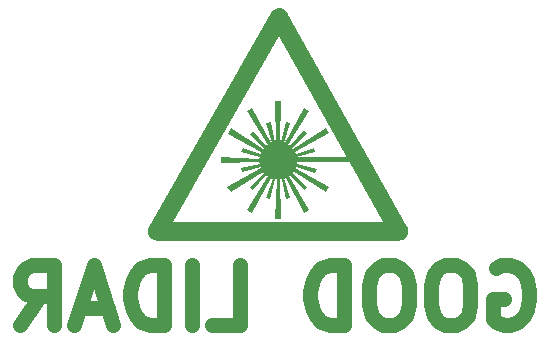
<source format=gbr>
%TF.GenerationSoftware,KiCad,Pcbnew,7.0.9-7.0.9~ubuntu22.04.1*%
%TF.CreationDate,2023-12-21T18:53:40+01:00*%
%TF.ProjectId,lidar 2 round,6c696461-7220-4322-9072-6f756e642e6b,rev?*%
%TF.SameCoordinates,Original*%
%TF.FileFunction,Legend,Bot*%
%TF.FilePolarity,Positive*%
%FSLAX46Y46*%
G04 Gerber Fmt 4.6, Leading zero omitted, Abs format (unit mm)*
G04 Created by KiCad (PCBNEW 7.0.9-7.0.9~ubuntu22.04.1) date 2023-12-21 18:53:40*
%MOMM*%
%LPD*%
G01*
G04 APERTURE LIST*
%ADD10C,1.250000*%
%ADD11C,0.000000*%
G04 APERTURE END LIST*
D10*
X157420108Y-105813190D02*
X157896298Y-105575095D01*
X157896298Y-105575095D02*
X158610584Y-105575095D01*
X158610584Y-105575095D02*
X159324870Y-105813190D01*
X159324870Y-105813190D02*
X159801060Y-106289380D01*
X159801060Y-106289380D02*
X160039155Y-106765571D01*
X160039155Y-106765571D02*
X160277251Y-107717952D01*
X160277251Y-107717952D02*
X160277251Y-108432238D01*
X160277251Y-108432238D02*
X160039155Y-109384619D01*
X160039155Y-109384619D02*
X159801060Y-109860809D01*
X159801060Y-109860809D02*
X159324870Y-110337000D01*
X159324870Y-110337000D02*
X158610584Y-110575095D01*
X158610584Y-110575095D02*
X158134393Y-110575095D01*
X158134393Y-110575095D02*
X157420108Y-110337000D01*
X157420108Y-110337000D02*
X157182012Y-110098904D01*
X157182012Y-110098904D02*
X157182012Y-108432238D01*
X157182012Y-108432238D02*
X158134393Y-108432238D01*
X154086774Y-105575095D02*
X153134393Y-105575095D01*
X153134393Y-105575095D02*
X152658203Y-105813190D01*
X152658203Y-105813190D02*
X152182012Y-106289380D01*
X152182012Y-106289380D02*
X151943917Y-107241761D01*
X151943917Y-107241761D02*
X151943917Y-108908428D01*
X151943917Y-108908428D02*
X152182012Y-109860809D01*
X152182012Y-109860809D02*
X152658203Y-110337000D01*
X152658203Y-110337000D02*
X153134393Y-110575095D01*
X153134393Y-110575095D02*
X154086774Y-110575095D01*
X154086774Y-110575095D02*
X154562965Y-110337000D01*
X154562965Y-110337000D02*
X155039155Y-109860809D01*
X155039155Y-109860809D02*
X155277251Y-108908428D01*
X155277251Y-108908428D02*
X155277251Y-107241761D01*
X155277251Y-107241761D02*
X155039155Y-106289380D01*
X155039155Y-106289380D02*
X154562965Y-105813190D01*
X154562965Y-105813190D02*
X154086774Y-105575095D01*
X148848679Y-105575095D02*
X147896298Y-105575095D01*
X147896298Y-105575095D02*
X147420108Y-105813190D01*
X147420108Y-105813190D02*
X146943917Y-106289380D01*
X146943917Y-106289380D02*
X146705822Y-107241761D01*
X146705822Y-107241761D02*
X146705822Y-108908428D01*
X146705822Y-108908428D02*
X146943917Y-109860809D01*
X146943917Y-109860809D02*
X147420108Y-110337000D01*
X147420108Y-110337000D02*
X147896298Y-110575095D01*
X147896298Y-110575095D02*
X148848679Y-110575095D01*
X148848679Y-110575095D02*
X149324870Y-110337000D01*
X149324870Y-110337000D02*
X149801060Y-109860809D01*
X149801060Y-109860809D02*
X150039156Y-108908428D01*
X150039156Y-108908428D02*
X150039156Y-107241761D01*
X150039156Y-107241761D02*
X149801060Y-106289380D01*
X149801060Y-106289380D02*
X149324870Y-105813190D01*
X149324870Y-105813190D02*
X148848679Y-105575095D01*
X144562965Y-110575095D02*
X144562965Y-105575095D01*
X144562965Y-105575095D02*
X143372489Y-105575095D01*
X143372489Y-105575095D02*
X142658203Y-105813190D01*
X142658203Y-105813190D02*
X142182013Y-106289380D01*
X142182013Y-106289380D02*
X141943918Y-106765571D01*
X141943918Y-106765571D02*
X141705822Y-107717952D01*
X141705822Y-107717952D02*
X141705822Y-108432238D01*
X141705822Y-108432238D02*
X141943918Y-109384619D01*
X141943918Y-109384619D02*
X142182013Y-109860809D01*
X142182013Y-109860809D02*
X142658203Y-110337000D01*
X142658203Y-110337000D02*
X143372489Y-110575095D01*
X143372489Y-110575095D02*
X144562965Y-110575095D01*
X133372489Y-110575095D02*
X135753441Y-110575095D01*
X135753441Y-110575095D02*
X135753441Y-105575095D01*
X131705822Y-110575095D02*
X131705822Y-105575095D01*
X129324870Y-110575095D02*
X129324870Y-105575095D01*
X129324870Y-105575095D02*
X128134394Y-105575095D01*
X128134394Y-105575095D02*
X127420108Y-105813190D01*
X127420108Y-105813190D02*
X126943918Y-106289380D01*
X126943918Y-106289380D02*
X126705823Y-106765571D01*
X126705823Y-106765571D02*
X126467727Y-107717952D01*
X126467727Y-107717952D02*
X126467727Y-108432238D01*
X126467727Y-108432238D02*
X126705823Y-109384619D01*
X126705823Y-109384619D02*
X126943918Y-109860809D01*
X126943918Y-109860809D02*
X127420108Y-110337000D01*
X127420108Y-110337000D02*
X128134394Y-110575095D01*
X128134394Y-110575095D02*
X129324870Y-110575095D01*
X124562966Y-109146523D02*
X122182013Y-109146523D01*
X125039156Y-110575095D02*
X123372489Y-105575095D01*
X123372489Y-105575095D02*
X121705823Y-110575095D01*
X117182013Y-110575095D02*
X118848680Y-108194142D01*
X120039156Y-110575095D02*
X120039156Y-105575095D01*
X120039156Y-105575095D02*
X118134394Y-105575095D01*
X118134394Y-105575095D02*
X117658204Y-105813190D01*
X117658204Y-105813190D02*
X117420109Y-106051285D01*
X117420109Y-106051285D02*
X117182013Y-106527476D01*
X117182013Y-106527476D02*
X117182013Y-107241761D01*
X117182013Y-107241761D02*
X117420109Y-107717952D01*
X117420109Y-107717952D02*
X117658204Y-107956047D01*
X117658204Y-107956047D02*
X118134394Y-108194142D01*
X118134394Y-108194142D02*
X120039156Y-108194142D01*
D11*
G36*
X139123702Y-95114075D02*
G01*
X139273456Y-95137623D01*
X139633554Y-93419948D01*
X139993387Y-93498529D01*
X139495970Y-95193185D01*
X139607095Y-95234724D01*
X141175545Y-92258162D01*
X141613959Y-92506341D01*
X139866916Y-95372307D01*
X140001324Y-95470997D01*
X141146705Y-94135116D01*
X141398853Y-94391498D01*
X140169599Y-95629747D01*
X140254265Y-95730553D01*
X143021014Y-93946203D01*
X143285597Y-94376151D01*
X140408253Y-95972119D01*
X140478633Y-96128487D01*
X142045230Y-95600113D01*
X142150006Y-95941691D01*
X140545837Y-96351001D01*
X140584466Y-96426936D01*
X145189803Y-96426936D01*
X145189803Y-96834660D01*
X140584466Y-96834660D01*
X140558008Y-96987060D01*
X142249224Y-97369118D01*
X142133336Y-97722072D01*
X140496095Y-97222274D01*
X140444237Y-97352185D01*
X143318404Y-98956618D01*
X143048266Y-99392386D01*
X140295541Y-97611740D01*
X140186267Y-97749853D01*
X141466323Y-98956618D01*
X141201739Y-99204796D01*
X140002647Y-97926596D01*
X139883319Y-98015230D01*
X141642799Y-100885960D01*
X141190891Y-101134140D01*
X139658424Y-98140908D01*
X139504172Y-98202292D01*
X140022226Y-99888479D01*
X139669536Y-99987698D01*
X139288272Y-98258118D01*
X139123702Y-98279549D01*
X139234032Y-101674418D01*
X138715714Y-101674418D01*
X138859118Y-98284312D01*
X138707512Y-98284312D01*
X138341064Y-99987698D01*
X138004778Y-99899327D01*
X138521510Y-98231924D01*
X138378899Y-98158371D01*
X136822356Y-101134140D01*
X136367537Y-100857119D01*
X138178345Y-98041689D01*
X137984670Y-97917070D01*
X136842993Y-99182835D01*
X136578410Y-98922488D01*
X137821951Y-97754087D01*
X137715589Y-97629468D01*
X134986941Y-99343968D01*
X134705690Y-98893383D01*
X137561601Y-97356682D01*
X137511331Y-97240001D01*
X135925418Y-97682120D01*
X135826200Y-97326520D01*
X137438041Y-96975153D01*
X137414229Y-96830426D01*
X134188958Y-96900805D01*
X134188958Y-96425349D01*
X137414229Y-96557640D01*
X137446243Y-96380635D01*
X135875676Y-95958095D01*
X135999766Y-95615196D01*
X137503657Y-96172937D01*
X137576947Y-95998576D01*
X134746964Y-94407901D01*
X135028216Y-93969752D01*
X137730141Y-95749074D01*
X137809251Y-95651973D01*
X136607514Y-94420337D01*
X136863631Y-94168189D01*
X137973029Y-95491105D01*
X138148447Y-95361459D01*
X136384205Y-92518512D01*
X136814153Y-92270597D01*
X138384985Y-95247159D01*
X138503519Y-95193185D01*
X138004778Y-93490062D01*
X138351912Y-93428149D01*
X138736616Y-95128362D01*
X138837158Y-95114075D01*
X138748787Y-91658616D01*
X139244880Y-91658616D01*
X139123702Y-95114075D01*
G37*
G36*
X139080917Y-95116136D02*
G01*
X139161416Y-95122257D01*
X139240745Y-95132337D01*
X139318804Y-95146277D01*
X139395493Y-95163977D01*
X139470713Y-95185337D01*
X139544364Y-95210258D01*
X139616347Y-95238640D01*
X139686562Y-95270383D01*
X139754909Y-95305388D01*
X139821289Y-95343556D01*
X139885602Y-95384787D01*
X139947749Y-95428980D01*
X140007630Y-95476037D01*
X140065145Y-95525858D01*
X140120195Y-95578344D01*
X140172681Y-95633394D01*
X140222502Y-95690909D01*
X140269559Y-95750790D01*
X140313752Y-95812937D01*
X140354983Y-95877250D01*
X140393150Y-95943631D01*
X140428156Y-96011978D01*
X140459899Y-96082193D01*
X140488281Y-96154175D01*
X140513202Y-96227826D01*
X140534562Y-96303046D01*
X140552262Y-96379736D01*
X140566201Y-96457794D01*
X140576282Y-96537123D01*
X140582403Y-96617622D01*
X140584466Y-96699192D01*
X140582403Y-96780762D01*
X140576282Y-96861261D01*
X140566201Y-96940590D01*
X140552262Y-97018649D01*
X140534562Y-97095338D01*
X140513202Y-97170558D01*
X140488281Y-97244209D01*
X140459899Y-97316192D01*
X140428156Y-97386407D01*
X140393150Y-97454754D01*
X140354983Y-97521134D01*
X140313752Y-97585447D01*
X140269559Y-97647594D01*
X140222502Y-97707475D01*
X140172681Y-97764991D01*
X140120195Y-97820041D01*
X140065145Y-97872526D01*
X140007630Y-97922347D01*
X139947749Y-97969404D01*
X139885602Y-98013598D01*
X139821289Y-98054828D01*
X139754909Y-98092996D01*
X139686562Y-98128002D01*
X139616347Y-98159745D01*
X139544364Y-98188127D01*
X139470713Y-98213048D01*
X139395493Y-98234408D01*
X139318804Y-98252108D01*
X139240745Y-98266047D01*
X139161416Y-98276128D01*
X139080917Y-98282249D01*
X138999347Y-98284312D01*
X138917777Y-98282249D01*
X138837278Y-98276128D01*
X138757949Y-98266047D01*
X138679890Y-98252108D01*
X138603201Y-98234408D01*
X138527981Y-98213048D01*
X138454330Y-98188127D01*
X138382347Y-98159745D01*
X138312132Y-98128002D01*
X138243785Y-98092996D01*
X138177405Y-98054828D01*
X138113092Y-98013598D01*
X138050945Y-97969404D01*
X137991064Y-97922347D01*
X137933549Y-97872526D01*
X137878499Y-97820041D01*
X137826013Y-97764991D01*
X137776192Y-97707475D01*
X137729135Y-97647594D01*
X137684941Y-97585447D01*
X137643711Y-97521134D01*
X137605543Y-97454754D01*
X137570538Y-97386407D01*
X137538795Y-97316192D01*
X137510413Y-97244209D01*
X137485492Y-97170558D01*
X137464132Y-97095338D01*
X137446432Y-97018649D01*
X137432492Y-96940590D01*
X137422412Y-96861261D01*
X137416291Y-96780762D01*
X137414228Y-96699192D01*
X137416291Y-96617622D01*
X137422412Y-96537123D01*
X137432492Y-96457794D01*
X137446432Y-96379736D01*
X137464132Y-96303046D01*
X137485492Y-96227826D01*
X137510413Y-96154175D01*
X137538795Y-96082193D01*
X137570538Y-96011978D01*
X137605543Y-95943631D01*
X137643711Y-95877250D01*
X137684941Y-95812937D01*
X137729135Y-95750790D01*
X137776192Y-95690909D01*
X137826013Y-95633394D01*
X137878499Y-95578344D01*
X137933549Y-95525858D01*
X137991064Y-95476037D01*
X138050945Y-95428980D01*
X138113092Y-95384787D01*
X138177405Y-95343556D01*
X138243785Y-95305388D01*
X138312132Y-95270383D01*
X138382347Y-95238640D01*
X138454330Y-95210258D01*
X138527981Y-95185337D01*
X138603201Y-95163977D01*
X138679890Y-95146277D01*
X138757949Y-95132337D01*
X138837278Y-95122257D01*
X138917777Y-95116136D01*
X138999347Y-95114073D01*
X139080917Y-95116136D01*
G37*
G36*
X139106254Y-83787650D02*
G01*
X139144437Y-83789896D01*
X139182400Y-83793969D01*
X139220075Y-83799851D01*
X139257395Y-83807521D01*
X139294291Y-83816962D01*
X139330695Y-83828152D01*
X139366540Y-83841074D01*
X139401758Y-83855707D01*
X139436281Y-83872032D01*
X139470041Y-83890030D01*
X139502971Y-83909682D01*
X139535002Y-83930967D01*
X139566067Y-83953867D01*
X139596098Y-83978362D01*
X139625027Y-84004433D01*
X139652787Y-84032061D01*
X139679309Y-84061226D01*
X139704526Y-84091908D01*
X139728369Y-84124089D01*
X139750772Y-84157749D01*
X139771665Y-84192868D01*
X149925049Y-102283753D01*
X149944142Y-102319882D01*
X149961200Y-102356538D01*
X149976242Y-102393654D01*
X149989287Y-102431162D01*
X150000354Y-102468993D01*
X150009463Y-102507079D01*
X150016633Y-102545354D01*
X150021883Y-102583748D01*
X150025231Y-102622195D01*
X150026698Y-102660625D01*
X150026302Y-102698972D01*
X150024062Y-102737166D01*
X150019997Y-102775141D01*
X150014128Y-102812829D01*
X150006472Y-102850160D01*
X149997049Y-102887068D01*
X149985878Y-102923485D01*
X149972978Y-102959342D01*
X149958369Y-102994572D01*
X149942069Y-103029107D01*
X149924098Y-103062879D01*
X149904474Y-103095819D01*
X149883217Y-103127861D01*
X149860346Y-103158936D01*
X149835881Y-103188976D01*
X149809840Y-103217913D01*
X149782242Y-103245679D01*
X149753106Y-103272207D01*
X149722453Y-103297429D01*
X149690300Y-103321276D01*
X149656667Y-103343680D01*
X149621573Y-103364575D01*
X149598387Y-103377006D01*
X149574976Y-103388604D01*
X149551360Y-103399373D01*
X149527555Y-103409318D01*
X149503580Y-103418443D01*
X149479452Y-103426752D01*
X149455189Y-103434250D01*
X149430809Y-103440940D01*
X149406330Y-103446827D01*
X149381769Y-103451916D01*
X149357145Y-103456210D01*
X149332475Y-103459713D01*
X149307777Y-103462431D01*
X149283069Y-103464367D01*
X149258369Y-103465525D01*
X149233695Y-103465910D01*
X149181732Y-103464207D01*
X149130136Y-103459128D01*
X149079077Y-103450723D01*
X149028721Y-103439039D01*
X148979238Y-103424123D01*
X148930796Y-103406026D01*
X148883565Y-103384793D01*
X148837712Y-103360474D01*
X148793406Y-103333116D01*
X148750816Y-103302768D01*
X148710111Y-103269478D01*
X148671458Y-103233293D01*
X148635027Y-103194261D01*
X148600986Y-103152432D01*
X148569504Y-103107852D01*
X148540749Y-103060570D01*
X138387366Y-84969685D01*
X138368273Y-84933557D01*
X138351215Y-84896902D01*
X138336174Y-84859790D01*
X138323129Y-84822287D01*
X138312062Y-84784462D01*
X138302953Y-84746382D01*
X138295785Y-84708116D01*
X138290536Y-84669730D01*
X138287190Y-84631294D01*
X138285725Y-84592874D01*
X138286124Y-84554538D01*
X138288367Y-84516355D01*
X138292435Y-84478392D01*
X138298309Y-84440716D01*
X138305970Y-84403397D01*
X138315399Y-84366501D01*
X138326576Y-84330097D01*
X138339483Y-84294252D01*
X138354101Y-84259034D01*
X138370410Y-84224511D01*
X138388392Y-84190751D01*
X138408027Y-84157821D01*
X138429296Y-84125790D01*
X138452180Y-84094725D01*
X138476660Y-84064694D01*
X138502718Y-84035764D01*
X138530333Y-84008005D01*
X138559486Y-83981483D01*
X138590160Y-83956266D01*
X138622334Y-83932423D01*
X138655989Y-83910020D01*
X138691107Y-83889127D01*
X138727236Y-83869987D01*
X138763890Y-83852889D01*
X138801002Y-83837812D01*
X138838505Y-83824738D01*
X138876330Y-83813646D01*
X138914410Y-83804518D01*
X138952676Y-83797334D01*
X138991062Y-83792074D01*
X139029498Y-83788720D01*
X139067918Y-83787252D01*
X139106254Y-83787650D01*
G37*
G36*
X149273751Y-101879180D02*
G01*
X149314064Y-101882245D01*
X149353790Y-101887292D01*
X149392880Y-101894272D01*
X149431284Y-101903134D01*
X149468952Y-101913829D01*
X149505834Y-101926308D01*
X149541880Y-101940519D01*
X149577041Y-101956413D01*
X149611266Y-101973941D01*
X149644506Y-101993052D01*
X149676711Y-102013697D01*
X149707830Y-102035826D01*
X149737815Y-102059389D01*
X149766615Y-102084336D01*
X149794181Y-102110617D01*
X149820462Y-102138182D01*
X149845409Y-102166982D01*
X149868971Y-102196967D01*
X149891100Y-102228087D01*
X149911745Y-102260292D01*
X149930857Y-102293531D01*
X149948384Y-102327757D01*
X149964279Y-102362917D01*
X149978490Y-102398963D01*
X149990968Y-102435845D01*
X150001663Y-102473513D01*
X150010525Y-102511917D01*
X150017505Y-102551007D01*
X150022552Y-102590734D01*
X150025617Y-102631047D01*
X150026650Y-102671896D01*
X150025618Y-102712746D01*
X150022555Y-102753059D01*
X150017512Y-102792785D01*
X150010536Y-102831875D01*
X150001679Y-102870279D01*
X149990991Y-102907947D01*
X149978520Y-102944829D01*
X149964316Y-102980876D01*
X149948430Y-103016036D01*
X149930910Y-103050261D01*
X149911807Y-103083501D01*
X149891170Y-103115706D01*
X149869049Y-103146826D01*
X149845494Y-103176811D01*
X149820555Y-103205611D01*
X149794280Y-103233177D01*
X149766720Y-103259458D01*
X149737925Y-103284405D01*
X149707944Y-103307968D01*
X149676827Y-103330097D01*
X149644624Y-103350742D01*
X149611383Y-103369853D01*
X149577156Y-103387381D01*
X149541992Y-103403275D01*
X149505940Y-103417487D01*
X149469050Y-103429965D01*
X149431373Y-103440660D01*
X149392956Y-103449522D01*
X149353851Y-103456502D01*
X149314107Y-103461549D01*
X149273774Y-103464614D01*
X149232901Y-103465647D01*
X128760767Y-103465647D01*
X128719917Y-103464614D01*
X128679604Y-103461549D01*
X128639877Y-103456502D01*
X128600787Y-103449522D01*
X128562383Y-103440660D01*
X128524715Y-103429965D01*
X128487833Y-103417487D01*
X128451787Y-103403275D01*
X128416626Y-103387381D01*
X128382401Y-103369853D01*
X128349161Y-103350742D01*
X128316956Y-103330097D01*
X128285837Y-103307968D01*
X128255852Y-103284405D01*
X128227052Y-103259458D01*
X128199486Y-103233177D01*
X128173205Y-103205611D01*
X128148258Y-103176811D01*
X128124695Y-103146826D01*
X128102566Y-103115706D01*
X128081921Y-103083501D01*
X128062810Y-103050261D01*
X128045282Y-103016036D01*
X128029388Y-102980876D01*
X128015177Y-102944829D01*
X128002699Y-102907947D01*
X127992004Y-102870279D01*
X127983141Y-102831875D01*
X127976161Y-102792785D01*
X127971114Y-102753059D01*
X127968049Y-102712746D01*
X127967017Y-102671896D01*
X127968049Y-102631047D01*
X127971114Y-102590734D01*
X127976161Y-102551007D01*
X127983141Y-102511917D01*
X127992004Y-102473513D01*
X128002699Y-102435845D01*
X128015177Y-102398963D01*
X128029388Y-102362917D01*
X128045282Y-102327757D01*
X128062810Y-102293531D01*
X128081921Y-102260292D01*
X128102566Y-102228087D01*
X128124695Y-102196967D01*
X128148258Y-102166982D01*
X128173205Y-102138182D01*
X128199486Y-102110617D01*
X128227052Y-102084336D01*
X128255852Y-102059389D01*
X128285837Y-102035826D01*
X128316956Y-102013697D01*
X128349161Y-101993052D01*
X128382401Y-101973941D01*
X128416626Y-101956413D01*
X128451787Y-101940519D01*
X128487833Y-101926308D01*
X128524715Y-101913829D01*
X128562383Y-101903134D01*
X128600787Y-101894272D01*
X128639877Y-101887292D01*
X128679604Y-101882245D01*
X128719917Y-101879180D01*
X128760767Y-101878147D01*
X149232901Y-101878147D01*
X149273751Y-101879180D01*
G37*
G36*
X139135410Y-83788755D02*
G01*
X139173819Y-83792362D01*
X139212161Y-83797870D01*
X139250368Y-83805299D01*
X139288371Y-83814667D01*
X139326103Y-83825992D01*
X139363495Y-83839293D01*
X139400479Y-83854589D01*
X139436988Y-83871899D01*
X139472952Y-83891241D01*
X139507915Y-83912378D01*
X139541406Y-83935015D01*
X139573406Y-83959082D01*
X139603895Y-83984513D01*
X139632856Y-84011239D01*
X139660270Y-84039193D01*
X139686118Y-84068305D01*
X139710382Y-84098509D01*
X139733042Y-84129736D01*
X139754081Y-84161919D01*
X139773480Y-84194988D01*
X139791220Y-84228877D01*
X139807282Y-84263516D01*
X139821649Y-84298839D01*
X139834301Y-84334777D01*
X139845220Y-84371262D01*
X139854387Y-84408226D01*
X139861783Y-84445601D01*
X139867390Y-84483319D01*
X139871190Y-84521311D01*
X139873164Y-84559511D01*
X139873292Y-84597850D01*
X139871558Y-84636260D01*
X139867941Y-84674673D01*
X139862423Y-84713020D01*
X139854987Y-84751235D01*
X139845612Y-84789248D01*
X139834281Y-84826992D01*
X139820975Y-84864399D01*
X139805675Y-84901401D01*
X139788363Y-84937929D01*
X139769020Y-84973917D01*
X129450270Y-103064801D01*
X129436200Y-103088578D01*
X129421438Y-103111687D01*
X129406004Y-103134120D01*
X129389920Y-103155874D01*
X129373206Y-103176941D01*
X129355884Y-103197317D01*
X129337973Y-103216995D01*
X129319496Y-103235971D01*
X129300473Y-103254238D01*
X129280924Y-103271791D01*
X129260871Y-103288624D01*
X129240334Y-103304732D01*
X129219335Y-103320108D01*
X129197895Y-103334749D01*
X129176033Y-103348647D01*
X129153772Y-103361797D01*
X129131131Y-103374194D01*
X129108133Y-103385831D01*
X129084797Y-103396704D01*
X129061144Y-103406807D01*
X129012974Y-103424679D01*
X128963789Y-103439402D01*
X128913755Y-103450932D01*
X128888473Y-103455485D01*
X128863041Y-103459223D01*
X128837480Y-103462140D01*
X128811813Y-103464231D01*
X128786058Y-103465489D01*
X128760237Y-103465910D01*
X128735219Y-103465513D01*
X128710181Y-103464317D01*
X128685142Y-103462318D01*
X128660121Y-103459511D01*
X128635136Y-103455892D01*
X128610205Y-103451456D01*
X128585345Y-103446198D01*
X128560576Y-103440114D01*
X128535916Y-103433199D01*
X128511382Y-103425448D01*
X128486993Y-103416858D01*
X128462767Y-103407422D01*
X128438723Y-103397136D01*
X128414878Y-103385997D01*
X128391251Y-103373998D01*
X128367860Y-103361136D01*
X128332896Y-103340023D01*
X128299405Y-103317409D01*
X128267406Y-103293362D01*
X128236916Y-103267951D01*
X128207954Y-103241242D01*
X128180540Y-103213305D01*
X128154691Y-103184207D01*
X128130426Y-103154016D01*
X128107763Y-103122801D01*
X128086722Y-103090629D01*
X128067321Y-103057568D01*
X128049577Y-103023686D01*
X128033511Y-102989052D01*
X128019140Y-102953733D01*
X128006483Y-102917797D01*
X127995558Y-102881313D01*
X127986385Y-102844349D01*
X127978981Y-102806971D01*
X127973365Y-102769249D01*
X127969556Y-102731251D01*
X127967573Y-102693044D01*
X127967433Y-102654697D01*
X127969155Y-102616277D01*
X127972759Y-102577853D01*
X127978262Y-102539492D01*
X127985683Y-102501263D01*
X127995040Y-102463233D01*
X128006353Y-102425471D01*
X128019640Y-102388045D01*
X128034918Y-102351022D01*
X128052208Y-102314471D01*
X128071527Y-102278460D01*
X138390277Y-84187575D01*
X138411414Y-84152610D01*
X138434053Y-84119117D01*
X138458124Y-84087114D01*
X138483559Y-84056620D01*
X138510291Y-84027652D01*
X138538251Y-84000232D01*
X138567370Y-83974376D01*
X138597582Y-83950103D01*
X138628817Y-83927433D01*
X138661007Y-83906383D01*
X138694085Y-83886974D01*
X138727981Y-83869222D01*
X138762629Y-83853148D01*
X138797960Y-83838769D01*
X138833905Y-83826105D01*
X138870396Y-83815174D01*
X138907366Y-83805994D01*
X138944746Y-83798586D01*
X138982467Y-83792966D01*
X139020463Y-83789155D01*
X139058664Y-83787170D01*
X139097002Y-83787030D01*
X139135410Y-83788755D01*
G37*
M02*

</source>
